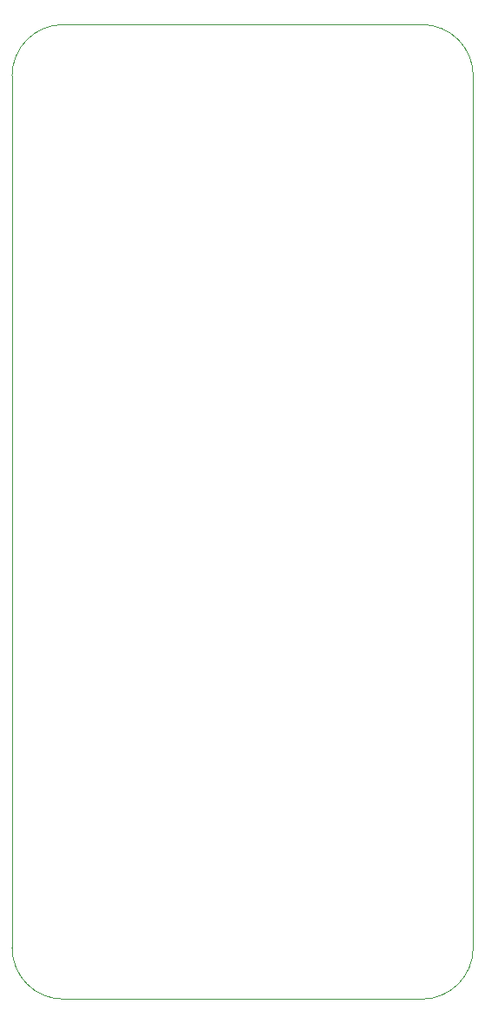
<source format=gbr>
G04 #@! TF.FileFunction,Profile,NP*
%FSLAX46Y46*%
G04 Gerber Fmt 4.6, Leading zero omitted, Abs format (unit mm)*
G04 Created by KiCad (PCBNEW (after 2015-mar-04 BZR unknown)-product) date 3/3/2017 1:44:03 PM*
%MOMM*%
G01*
G04 APERTURE LIST*
%ADD10C,0.100000*%
G04 APERTURE END LIST*
D10*
X15000000Y-105000000D02*
X50000000Y-105000000D01*
X15000000Y-10000000D02*
X50000000Y-10000000D01*
X55000000Y-99000000D02*
X55000000Y-15000000D01*
X10000000Y-15000000D02*
X10000000Y-100000000D01*
X55000000Y-99000000D02*
X55000000Y-100000000D01*
X10000000Y-100000000D02*
G75*
G03X15000000Y-105000000I5000000J0D01*
G01*
X50000000Y-105000000D02*
G75*
G03X55000000Y-100000000I0J5000000D01*
G01*
X55000000Y-15000000D02*
G75*
G03X50000000Y-10000000I-5000000J0D01*
G01*
X15000000Y-10000000D02*
G75*
G03X10000000Y-15000000I0J-5000000D01*
G01*
M02*

</source>
